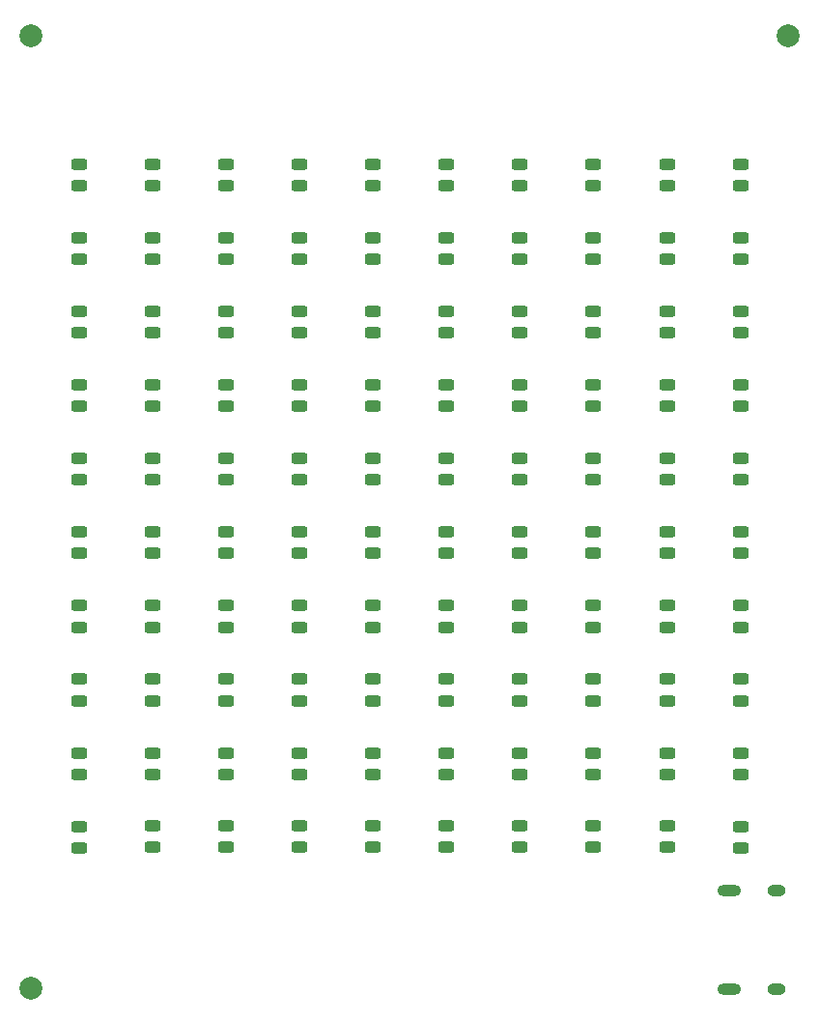
<source format=gts>
G04 #@! TF.GenerationSoftware,KiCad,Pcbnew,(5.99.0-10847-g28909c1a72)*
G04 #@! TF.CreationDate,2021-06-06T12:58:15+02:00*
G04 #@! TF.ProjectId,LED_array,4c45445f-6172-4726-9179-2e6b69636164,1*
G04 #@! TF.SameCoordinates,Original*
G04 #@! TF.FileFunction,Soldermask,Top*
G04 #@! TF.FilePolarity,Negative*
%FSLAX46Y46*%
G04 Gerber Fmt 4.6, Leading zero omitted, Abs format (unit mm)*
G04 Created by KiCad (PCBNEW (5.99.0-10847-g28909c1a72)) date 2021-06-06 12:58:15*
%MOMM*%
%LPD*%
G01*
G04 APERTURE LIST*
G04 Aperture macros list*
%AMRoundRect*
0 Rectangle with rounded corners*
0 $1 Rounding radius*
0 $2 $3 $4 $5 $6 $7 $8 $9 X,Y pos of 4 corners*
0 Add a 4 corners polygon primitive as box body*
4,1,4,$2,$3,$4,$5,$6,$7,$8,$9,$2,$3,0*
0 Add four circle primitives for the rounded corners*
1,1,$1+$1,$2,$3*
1,1,$1+$1,$4,$5*
1,1,$1+$1,$6,$7*
1,1,$1+$1,$8,$9*
0 Add four rect primitives between the rounded corners*
20,1,$1+$1,$2,$3,$4,$5,0*
20,1,$1+$1,$4,$5,$6,$7,0*
20,1,$1+$1,$6,$7,$8,$9,0*
20,1,$1+$1,$8,$9,$2,$3,0*%
G04 Aperture macros list end*
%ADD10RoundRect,0.243750X0.456250X-0.243750X0.456250X0.243750X-0.456250X0.243750X-0.456250X-0.243750X0*%
%ADD11C,2.000000*%
%ADD12O,1.600000X1.000000*%
%ADD13O,2.100000X1.000000*%
G04 APERTURE END LIST*
D10*
X138222220Y-56937500D03*
X138222220Y-55062500D03*
X112444444Y-82701388D03*
X112444444Y-80826388D03*
X144666664Y-69819444D03*
X144666664Y-67944444D03*
D11*
X101800000Y-43800000D03*
D10*
X157555552Y-63378472D03*
X157555552Y-61503472D03*
X138222220Y-69819444D03*
X138222220Y-67944444D03*
X125333332Y-95583332D03*
X125333332Y-93708332D03*
X144666664Y-63378472D03*
X144666664Y-61503472D03*
X138222220Y-102024304D03*
X138222220Y-100149304D03*
X144666664Y-76260416D03*
X144666664Y-74385416D03*
X164000000Y-76260416D03*
X164000000Y-74385416D03*
X125333332Y-108465276D03*
X125333332Y-106590276D03*
X118888888Y-76260416D03*
X118888888Y-74385416D03*
X125333332Y-82701388D03*
X125333332Y-80826388D03*
X131777776Y-82701388D03*
X131777776Y-80826388D03*
X164000000Y-56937500D03*
X164000000Y-55062500D03*
X125333332Y-56937500D03*
X125333332Y-55062500D03*
X131777776Y-95583332D03*
X131777776Y-93708332D03*
D11*
X168200000Y-43800000D03*
D10*
X151111108Y-95583332D03*
X151111108Y-93708332D03*
X106000000Y-89142360D03*
X106000000Y-87267360D03*
X106000000Y-63378472D03*
X106000000Y-61503472D03*
X131777776Y-69819444D03*
X131777776Y-67944444D03*
X144666664Y-102024304D03*
X144666664Y-100149304D03*
X164000000Y-69819444D03*
X164000000Y-67944444D03*
X157555552Y-69819444D03*
X157555552Y-67944444D03*
X106000000Y-108465276D03*
X106000000Y-106590276D03*
X125333332Y-76260416D03*
X125333332Y-74385416D03*
X151111108Y-76260416D03*
X151111108Y-74385416D03*
X157555552Y-89142360D03*
X157555552Y-87267360D03*
X144666664Y-108465276D03*
X144666664Y-106590276D03*
X151111108Y-82701388D03*
X151111108Y-80826388D03*
X112444444Y-102024304D03*
X112444444Y-100149304D03*
X151111108Y-108465276D03*
X151111108Y-106590276D03*
X118888888Y-89142360D03*
X118888888Y-87267360D03*
X118888888Y-102024304D03*
X118888888Y-100149304D03*
X112444444Y-69819444D03*
X112444444Y-67944444D03*
X157555552Y-76260416D03*
X157555552Y-74385416D03*
X138222220Y-82701388D03*
X138222220Y-80826388D03*
X118888888Y-108465276D03*
X118888888Y-106590276D03*
D11*
X101800000Y-127200000D03*
D10*
X138222220Y-89142360D03*
X138222220Y-87267360D03*
X125333332Y-63378472D03*
X125333332Y-61503472D03*
X151111108Y-114874998D03*
X151111108Y-112999998D03*
X164000000Y-114937498D03*
X164000000Y-113062498D03*
X131777776Y-56937500D03*
X131777776Y-55062500D03*
X131777776Y-108465276D03*
X131777776Y-106590276D03*
X144666664Y-89142360D03*
X144666664Y-87267360D03*
X131777776Y-76260416D03*
X131777776Y-74385416D03*
X157555552Y-114874998D03*
X157555552Y-112999998D03*
X125333332Y-89142360D03*
X125333332Y-87267360D03*
X157555552Y-82701388D03*
X157555552Y-80826388D03*
X131777776Y-102024304D03*
X131777776Y-100149304D03*
X118888888Y-82701388D03*
X118888888Y-80826388D03*
X164000000Y-108465276D03*
X164000000Y-106590276D03*
X164000000Y-102024304D03*
X164000000Y-100149304D03*
X157555552Y-56937500D03*
X157555552Y-55062500D03*
X118888888Y-69819444D03*
X118888888Y-67944444D03*
X164000000Y-95583332D03*
X164000000Y-93708332D03*
X112444444Y-63378472D03*
X112444444Y-61503472D03*
X106000000Y-102024304D03*
X106000000Y-100149304D03*
X106000000Y-69819444D03*
X106000000Y-67944444D03*
X118888888Y-56937500D03*
X118888888Y-55062500D03*
X125333332Y-69819444D03*
X125333332Y-67944444D03*
X138222220Y-63378472D03*
X138222220Y-61503472D03*
X118888888Y-114874998D03*
X118888888Y-112999998D03*
X151111108Y-56937500D03*
X151111108Y-55062500D03*
X112444444Y-114874998D03*
X112444444Y-112999998D03*
X106000000Y-114937498D03*
X106000000Y-113062498D03*
X144666664Y-56937500D03*
X144666664Y-55062500D03*
X151111108Y-102024304D03*
X151111108Y-100149304D03*
X125333332Y-114874998D03*
X125333332Y-112999998D03*
X106000000Y-82701388D03*
X106000000Y-80826388D03*
X164000000Y-89142360D03*
X164000000Y-87267360D03*
X131777776Y-114874998D03*
X131777776Y-112999998D03*
X151111108Y-69819444D03*
X151111108Y-67944444D03*
X151111108Y-63378472D03*
X151111108Y-61503472D03*
X138222220Y-108465276D03*
X138222220Y-106590276D03*
X131777776Y-63378472D03*
X131777776Y-61503472D03*
X157555552Y-95583332D03*
X157555552Y-93708332D03*
X144666664Y-114874998D03*
X144666664Y-112999998D03*
X125333332Y-102024304D03*
X125333332Y-100149304D03*
X164000000Y-63378472D03*
X164000000Y-61503472D03*
X112444444Y-56937500D03*
X112444444Y-55062500D03*
X112444444Y-95583332D03*
X112444444Y-93708332D03*
X131777776Y-89142360D03*
X131777776Y-87267360D03*
X106000000Y-76260416D03*
X106000000Y-74385416D03*
X151111108Y-89142360D03*
X151111108Y-87267360D03*
X157555552Y-102024304D03*
X157555552Y-100149304D03*
X112444444Y-89142360D03*
X112444444Y-87267360D03*
X118888888Y-95583332D03*
X118888888Y-93708332D03*
X112444444Y-108465276D03*
X112444444Y-106590276D03*
X138222220Y-114874998D03*
X138222220Y-112999998D03*
X118888888Y-63378472D03*
X118888888Y-61503472D03*
X106000000Y-56937500D03*
X106000000Y-55062500D03*
X164000000Y-82701388D03*
X164000000Y-80826388D03*
X106000000Y-95583332D03*
X106000000Y-93708332D03*
X112444444Y-76260416D03*
X112444444Y-74385416D03*
X157555552Y-108465276D03*
X157555552Y-106590276D03*
X138222220Y-76260416D03*
X138222220Y-74385416D03*
X144666664Y-82701388D03*
X144666664Y-80826388D03*
X144666664Y-95583332D03*
X144666664Y-93708332D03*
X138222220Y-95583332D03*
X138222220Y-93708332D03*
D12*
X167200000Y-118680000D03*
D13*
X163020000Y-118680000D03*
X163020000Y-127320000D03*
D12*
X167200000Y-127320000D03*
M02*

</source>
